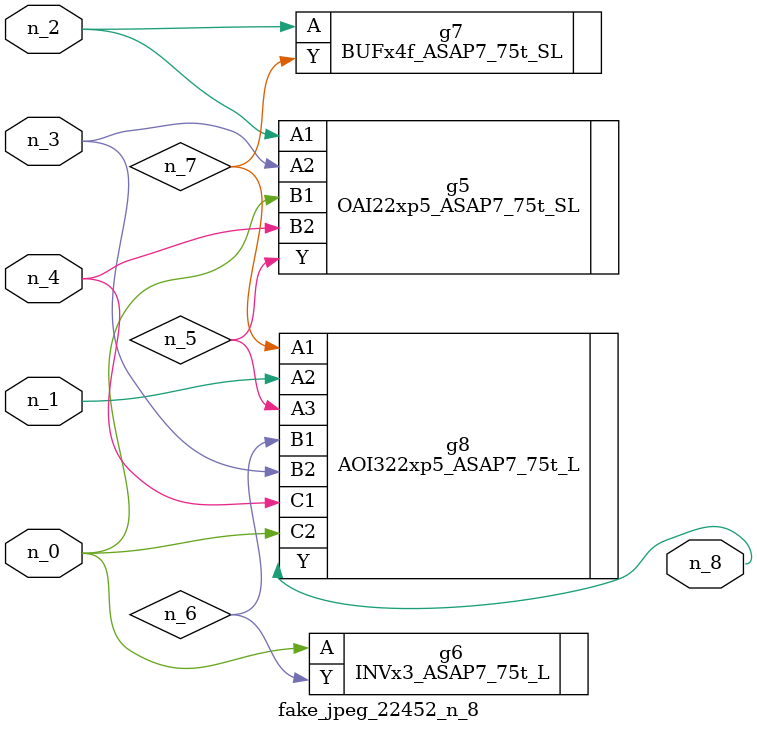
<source format=v>
module fake_jpeg_22452_n_8 (n_3, n_2, n_1, n_0, n_4, n_8);

input n_3;
input n_2;
input n_1;
input n_0;
input n_4;

output n_8;

wire n_6;
wire n_5;
wire n_7;

OAI22xp5_ASAP7_75t_SL g5 ( 
.A1(n_2),
.A2(n_3),
.B1(n_0),
.B2(n_4),
.Y(n_5)
);

INVx3_ASAP7_75t_L g6 ( 
.A(n_0),
.Y(n_6)
);

BUFx4f_ASAP7_75t_SL g7 ( 
.A(n_2),
.Y(n_7)
);

AOI322xp5_ASAP7_75t_L g8 ( 
.A1(n_7),
.A2(n_1),
.A3(n_5),
.B1(n_6),
.B2(n_3),
.C1(n_4),
.C2(n_0),
.Y(n_8)
);


endmodule
</source>
